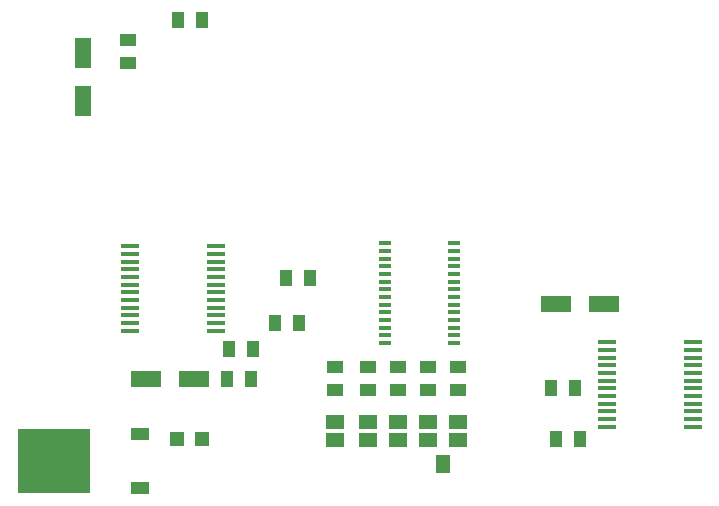
<source format=gbr>
G04 EAGLE Gerber RS-274X export*
G75*
%MOMM*%
%FSLAX34Y34*%
%LPD*%
%INSolderpaste Top*%
%IPPOS*%
%AMOC8*
5,1,8,0,0,1.08239X$1,22.5*%
G01*
%ADD10R,1.500000X0.400000*%
%ADD11R,1.400000X1.100000*%
%ADD12R,1.600200X1.168400*%
%ADD13R,1.100000X1.400000*%
%ADD14R,2.600000X1.400000*%
%ADD15R,1.400000X2.600000*%
%ADD16R,1.200000X1.200000*%
%ADD17R,6.200000X5.400000*%
%ADD18R,1.600000X1.000000*%
%ADD19R,0.990600X0.304800*%
%ADD20R,1.168400X1.600200*%


D10*
X103450Y265620D03*
X103450Y259120D03*
X103450Y252620D03*
X103450Y246120D03*
X103450Y239620D03*
X103450Y233120D03*
X103450Y226620D03*
X103450Y220120D03*
X103450Y213620D03*
X103450Y207120D03*
X103450Y200620D03*
X103450Y194120D03*
X175950Y207120D03*
X175950Y213620D03*
X175950Y220120D03*
X175950Y226620D03*
X175950Y233120D03*
X175950Y239620D03*
X175950Y246120D03*
X175950Y252620D03*
X175950Y259120D03*
X175950Y265620D03*
X175950Y200620D03*
X175950Y194120D03*
X579810Y112840D03*
X579810Y119340D03*
X579810Y125840D03*
X579810Y132340D03*
X579810Y138840D03*
X579810Y145340D03*
X579810Y151840D03*
X579810Y158340D03*
X579810Y164840D03*
X579810Y171340D03*
X579810Y177840D03*
X579810Y184340D03*
X507310Y171340D03*
X507310Y164840D03*
X507310Y158340D03*
X507310Y151840D03*
X507310Y145340D03*
X507310Y138840D03*
X507310Y132340D03*
X507310Y125840D03*
X507310Y119340D03*
X507310Y112840D03*
X507310Y177840D03*
X507310Y184340D03*
D11*
X381000Y163670D03*
X381000Y143670D03*
X355600Y163670D03*
X355600Y143670D03*
X330200Y163670D03*
X330200Y143670D03*
D12*
X381000Y101600D03*
X381000Y116840D03*
X355600Y101600D03*
X355600Y116840D03*
X330200Y101600D03*
X330200Y116840D03*
D13*
X246220Y200660D03*
X226220Y200660D03*
X235110Y238760D03*
X255110Y238760D03*
X479900Y146050D03*
X459900Y146050D03*
D14*
X463370Y217170D03*
X504370Y217170D03*
X116660Y153670D03*
X157660Y153670D03*
D15*
X63500Y388440D03*
X63500Y429440D03*
D16*
X164170Y102870D03*
X143170Y102870D03*
D13*
X205580Y153670D03*
X185580Y153670D03*
D17*
X38500Y83820D03*
D18*
X111500Y61020D03*
X111500Y106620D03*
D19*
X377158Y183810D03*
X377158Y190310D03*
X377158Y196810D03*
X377158Y203310D03*
X377158Y209810D03*
X377158Y216310D03*
X377158Y222810D03*
X377158Y229310D03*
X318802Y229310D03*
X318802Y222810D03*
X318802Y216310D03*
X318802Y209810D03*
X318802Y203310D03*
X318802Y196810D03*
X318802Y190310D03*
X318802Y183810D03*
X377158Y235810D03*
X377158Y242310D03*
X318802Y235810D03*
X318802Y242310D03*
X377158Y248810D03*
X377158Y255310D03*
X377158Y261810D03*
X377158Y268310D03*
X318802Y268310D03*
X318802Y261810D03*
X318802Y255310D03*
X318802Y248810D03*
D12*
X304800Y116840D03*
X304800Y101600D03*
X276860Y116840D03*
X276860Y101600D03*
D11*
X304800Y163670D03*
X304800Y143670D03*
X276860Y163670D03*
X276860Y143670D03*
X101600Y420530D03*
X101600Y440530D03*
D13*
X163670Y457200D03*
X143670Y457200D03*
D20*
X368300Y81280D03*
D13*
X186850Y179070D03*
X206850Y179070D03*
X483710Y102870D03*
X463710Y102870D03*
M02*

</source>
